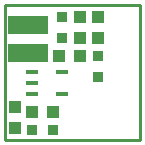
<source format=gbr>
G04 #@! TF.FileFunction,Paste,Top*
%FSLAX46Y46*%
G04 Gerber Fmt 4.6, Leading zero omitted, Abs format (unit mm)*
G04 Created by KiCad (PCBNEW no-vcs-found-product) date 17.07.2015 (пт) 15,05,02 EEST*
%MOMM*%
G01*
G04 APERTURE LIST*
%ADD10C,0.100000*%
%ADD11C,0.254000*%
%ADD12R,1.060000X1.030000*%
%ADD13R,1.016000X1.016000*%
%ADD14R,3.398400X1.498400*%
%ADD15R,0.914400X0.914400*%
%ADD16R,1.098400X0.448400*%
G04 APERTURE END LIST*
D10*
D11*
X15240000Y-19050000D02*
X26670000Y-19050000D01*
X15240000Y-30480000D02*
X15240000Y-19050000D01*
X26670000Y-30480000D02*
X15240000Y-30480000D01*
X26670000Y-19050000D02*
X26670000Y-30480000D01*
D12*
X16065500Y-27686000D03*
X16065500Y-29464000D03*
D13*
X17526000Y-28067000D03*
X19304000Y-28067000D03*
X19812000Y-23368000D03*
X21590000Y-23368000D03*
X23114000Y-21844000D03*
X23114000Y-20066000D03*
X21590000Y-21844000D03*
X21590000Y-20066000D03*
D14*
X17208500Y-23107500D03*
X17208500Y-20707500D03*
D15*
X20066000Y-21844000D03*
X20066000Y-20066000D03*
X23114000Y-23368000D03*
X23114000Y-25146000D03*
D16*
X20096000Y-26604000D03*
X20096000Y-24704000D03*
X17496000Y-26604000D03*
X17496000Y-25654000D03*
X17496000Y-24704000D03*
D15*
X19304000Y-29591000D03*
X17526000Y-29591000D03*
M02*

</source>
